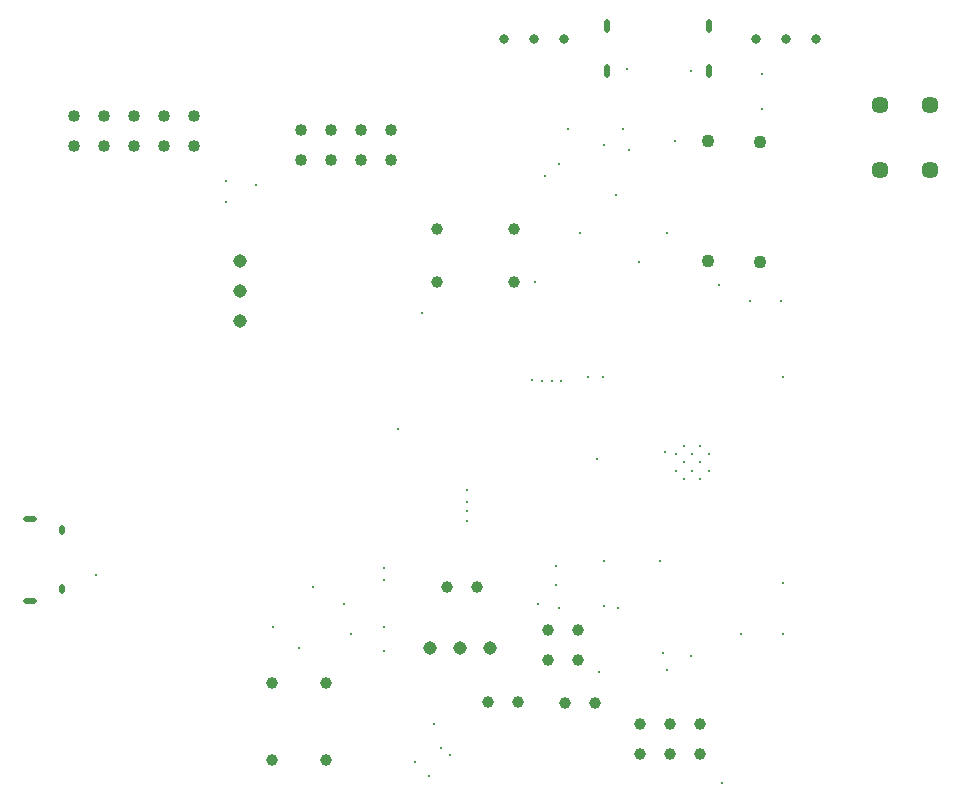
<source format=gbr>
%TF.GenerationSoftware,KiCad,Pcbnew,8.0.8*%
%TF.CreationDate,2025-04-07T16:11:37-05:00*%
%TF.ProjectId,Final Project V1,46696e61-6c20-4507-926f-6a6563742056,rev?*%
%TF.SameCoordinates,Original*%
%TF.FileFunction,Plated,1,2,PTH,Mixed*%
%TF.FilePolarity,Positive*%
%FSLAX46Y46*%
G04 Gerber Fmt 4.6, Leading zero omitted, Abs format (unit mm)*
G04 Created by KiCad (PCBNEW 8.0.8) date 2025-04-07 16:11:37*
%MOMM*%
%LPD*%
G01*
G04 APERTURE LIST*
%TA.AperFunction,ComponentDrill*%
%ADD10C,0.200000*%
%TD*%
%TA.AperFunction,ViaDrill*%
%ADD11C,0.300000*%
%TD*%
G04 aperture for slot hole*
%TA.AperFunction,ComponentDrill*%
%ADD12C,0.500000*%
%TD*%
G04 aperture for slot hole*
%TA.AperFunction,ComponentDrill*%
%ADD13C,0.550000*%
%TD*%
%TA.AperFunction,ComponentDrill*%
%ADD14C,0.800000*%
%TD*%
%TA.AperFunction,ComponentDrill*%
%ADD15C,0.990000*%
%TD*%
%TA.AperFunction,ComponentDrill*%
%ADD16C,1.000000*%
%TD*%
%TA.AperFunction,ComponentDrill*%
%ADD17C,1.016000*%
%TD*%
%TA.AperFunction,ComponentDrill*%
%ADD18C,1.020000*%
%TD*%
%TA.AperFunction,ComponentDrill*%
%ADD19C,1.100000*%
%TD*%
%TA.AperFunction,ComponentDrill*%
%ADD20C,1.143000*%
%TD*%
%TA.AperFunction,ComponentDrill*%
%ADD21C,1.447800*%
%TD*%
G04 APERTURE END LIST*
D10*
%TO.C,U2*%
X201880000Y-107750000D03*
X201880000Y-109150000D03*
X202580000Y-107050000D03*
X202580000Y-108450000D03*
X202580000Y-109850000D03*
X203280000Y-107750000D03*
X203280000Y-109150000D03*
X203980000Y-107050000D03*
X203980000Y-108450000D03*
X203980000Y-109850000D03*
X204680000Y-107750000D03*
X204680000Y-109150000D03*
%TD*%
D11*
X152800000Y-118000000D03*
X163800000Y-84600000D03*
X163800000Y-86400000D03*
X166400000Y-85000000D03*
X167800000Y-122400000D03*
X170000000Y-124200000D03*
X171200000Y-119000000D03*
X173800000Y-120400000D03*
X174400000Y-123000000D03*
X177200000Y-117400000D03*
X177200000Y-118400000D03*
X177200000Y-122400000D03*
X177200000Y-124400000D03*
X178400000Y-105600000D03*
X179800000Y-133800000D03*
X180437500Y-95800000D03*
X181000000Y-135000000D03*
X181400000Y-130600000D03*
X182000000Y-132600000D03*
X182800000Y-133200000D03*
X184200000Y-110800000D03*
X184200000Y-111800000D03*
X184200000Y-112600000D03*
X184200000Y-113400000D03*
X189700000Y-101500000D03*
X190000000Y-93200000D03*
X190200000Y-120400000D03*
X190600000Y-101600000D03*
X190800000Y-84200000D03*
X191400000Y-101600000D03*
X191800000Y-117200000D03*
X191800000Y-118800000D03*
X192000000Y-120800000D03*
X192037500Y-83200000D03*
X192200000Y-101600000D03*
X192800000Y-80200000D03*
X193800000Y-89037500D03*
X194490000Y-101200000D03*
X195200000Y-108200000D03*
X195400000Y-126200000D03*
X195760000Y-101200000D03*
X195800000Y-81600000D03*
X195800000Y-116800000D03*
X195800000Y-120600000D03*
X196837500Y-85800000D03*
X197000000Y-120800000D03*
X197400000Y-80200000D03*
X197777815Y-75179315D03*
X197945000Y-82000000D03*
X198800000Y-91450000D03*
X200600000Y-116800000D03*
X200800000Y-124600000D03*
X201000000Y-107600000D03*
X201187500Y-126012500D03*
X201200000Y-89037500D03*
X201800000Y-81200000D03*
X203150000Y-75305000D03*
X203200000Y-124800000D03*
X205600000Y-93400000D03*
X205800000Y-135600000D03*
X207400000Y-123000000D03*
X208200000Y-94762500D03*
X209200000Y-75600000D03*
X209200000Y-78550000D03*
X210800000Y-94762500D03*
X211000000Y-101200000D03*
X211000000Y-118700000D03*
X211000000Y-123000000D03*
D12*
%TO.C,J6*%
X146875000Y-113200000D02*
X147525000Y-113200000D01*
X146875000Y-120200000D02*
X147525000Y-120200000D01*
%TO.C,USB-C1*%
X196080000Y-71150000D02*
X196080000Y-71850000D01*
X196080000Y-74950000D02*
X196080000Y-75650000D01*
X204720000Y-71150000D02*
X204720000Y-71850000D01*
X204720000Y-74950000D02*
X204720000Y-75650000D01*
D13*
%TO.C,J6*%
X149900000Y-114375000D02*
X149900000Y-114025000D01*
X149900000Y-119375000D02*
X149900000Y-119025000D01*
D14*
%TO.C,SW4*%
X187320000Y-72600000D03*
X189860000Y-72600000D03*
X192400000Y-72600000D03*
%TO.C,SW5*%
X208720000Y-72600000D03*
X211260000Y-72600000D03*
X213800000Y-72600000D03*
D15*
%TO.C,SW6*%
X167750000Y-127150000D03*
X167750000Y-133650000D03*
X172250000Y-127150000D03*
X172250000Y-133650000D03*
%TO.C,SW3*%
X181700000Y-88700000D03*
X181700000Y-93200000D03*
X188200000Y-88700000D03*
X188200000Y-93200000D03*
D16*
%TO.C,J7*%
X182535000Y-119000000D03*
X185075000Y-119000000D03*
%TO.C,J5*%
X186025000Y-128750000D03*
X188565000Y-128750000D03*
%TO.C,J3*%
X191060000Y-122600000D03*
X191060000Y-125140000D03*
%TO.C,J4*%
X192535000Y-128800000D03*
%TO.C,J3*%
X193600000Y-122600000D03*
X193600000Y-125140000D03*
%TO.C,J4*%
X195075000Y-128800000D03*
%TO.C,J2*%
X198860000Y-130600000D03*
X198860000Y-133140000D03*
X201400000Y-130600000D03*
X201400000Y-133140000D03*
X203940000Y-130600000D03*
X203940000Y-133140000D03*
D17*
%TO.C,J9*%
X150920000Y-79079700D03*
X150920000Y-81619700D03*
X153460000Y-79079700D03*
X153460000Y-81619700D03*
X156000000Y-79079700D03*
X156000000Y-81619700D03*
X158540000Y-79079700D03*
X158540000Y-81619700D03*
X161080000Y-79079700D03*
X161080000Y-81619700D03*
D18*
%TO.C,J8*%
X170190000Y-80287500D03*
X170190000Y-82827500D03*
X172730000Y-80287500D03*
X172730000Y-82827500D03*
X175270000Y-80287500D03*
X175270000Y-82827500D03*
X177810000Y-80287500D03*
X177810000Y-82827500D03*
D19*
%TO.C,D1*%
X204600000Y-81240000D03*
X204600000Y-91400000D03*
%TO.C,D2*%
X209000000Y-81320000D03*
X209000000Y-91480000D03*
D20*
%TO.C,U4*%
X165000000Y-91400000D03*
X165000000Y-93940000D03*
X165000000Y-96480000D03*
%TO.C,U5*%
X181060000Y-124200000D03*
X183600000Y-124200000D03*
X186140000Y-124200000D03*
D21*
%TO.C,J1*%
X219200000Y-78200000D03*
X219200000Y-83699999D03*
X223399998Y-78200000D03*
X223399998Y-83699999D03*
M02*

</source>
